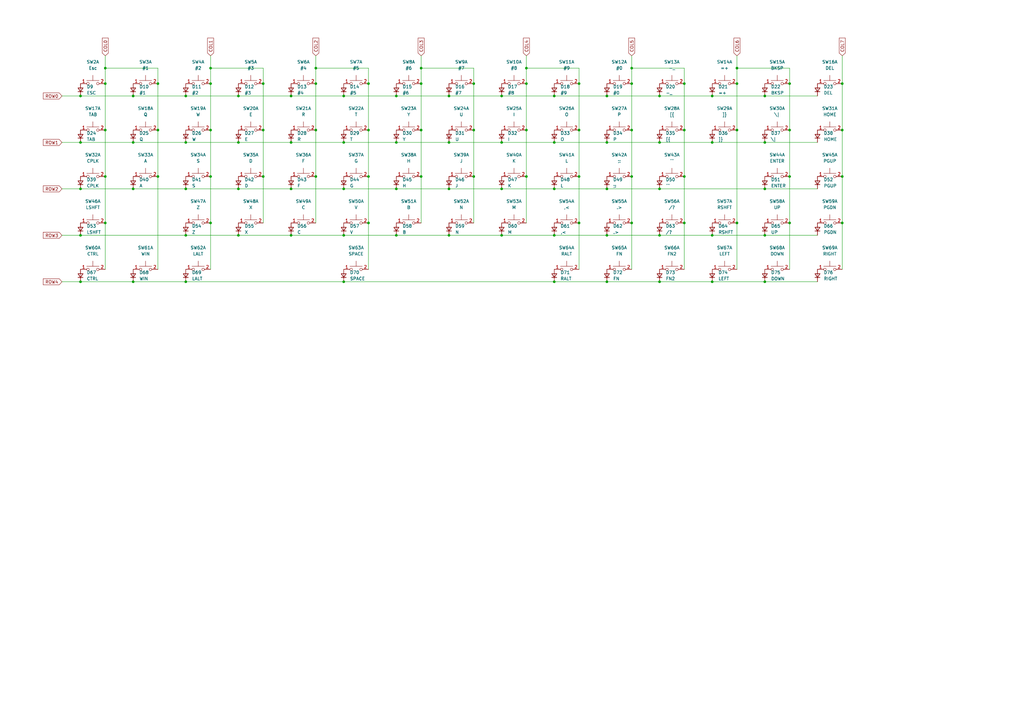
<source format=kicad_sch>
(kicad_sch (version 20211123) (generator eeschema)
  (paper "A3")
  (lib_symbols
    (symbol "Device:D_Small" (pin_numbers hide) (pin_names (offset 0.254) hide)
      (property "Reference" "D" (at -1.27 2.032 0))
      (property "Value" "D_Small" (at -3.81 -2.032 0))
      (symbol "D_Small_0_1"
        (polyline (pts (xy -0.762 -1.016) (xy -0.762 1.016)) (stroke (width 0.254)))
        (polyline (pts (xy -0.762 0) (xy 0.762 0)))
        (polyline (pts (xy 0.762 -1.016) (xy -0.762 0) (xy 0.762 1.016) (xy 0.762 -1.016)) (stroke (width 0.254)))
      )
      (symbol "D_Small_1_1"
        (pin passive line (at -2.54 0 0) (length 1.778) (name "K") (number "1"))
        (pin passive line (at 2.54 0 180) (length 1.778) (name "A") (number "2"))
      )
    )
    (symbol "keebio:MX_LED" (pin_names (offset 1.016) hide)
      (property "Reference" "SW" (at 1.651 2.413 0))
      (property "Value" "MX_LED" (at 0 -3.81 0))
      (symbol "MX_LED_1_1"
        (circle (center -2.032 0) (radius 0.508))
        (polyline (pts (xy -2.54 1.27) (xy 2.54 1.27)))
        (polyline (pts (xy 0 1.27) (xy 0 3.429)))
        (circle (center 2.032 0) (radius 0.508))
        (pin passive line (at -5.08 0 0) (length 2.54) (name "1") (number "1"))
        (pin passive line (at 5.08 0 180) (length 2.54) (name "2") (number "2"))
      )
      (symbol "MX_LED_2_1"
        (polyline (pts (xy 1.27 -1.27) (xy 1.27 1.27)) (stroke (width 0.2032)))
        (polyline (pts (xy 1.27 0) (xy -1.27 0)))
        (polyline (pts (xy -1.27 -1.27) (xy -1.27 1.27) (xy 1.27 0) (xy -1.27 -1.27)) (stroke (width 0.2032)))
        (polyline (pts (xy 1.778 -0.762) (xy 3.302 -2.286) (xy 2.54 -2.286) (xy 3.302 -2.286) (xy 3.302 -1.524)))
        (polyline (pts (xy 3.048 -0.762) (xy 4.572 -2.286) (xy 3.81 -2.286) (xy 4.572 -2.286) (xy 4.572 -1.524)))
        (pin passive line (at -3.81 0 0) (length 2.54) (name "3") (number "3"))
        (pin passive line (at 3.81 0 180) (length 2.54) (name "4") (number "4"))
      )
    )
  )
  (junction (at 172.72 53.34))
  (junction (at 280.67 72.39))
  (junction (at 237.49 72.39))
  (junction (at 184.15 39.37))
  (junction (at 270.51 39.37))
  (junction (at 215.9 27.94))
  (junction (at 162.56 96.52))
  (junction (at 270.51 96.52))
  (junction (at 119.38 96.52))
  (junction (at 107.95 53.34))
  (junction (at 151.13 91.44))
  (junction (at 345.44 34.29))
  (junction (at 33.02 77.47))
  (junction (at 248.92 58.42))
  (junction (at 86.36 34.29))
  (junction (at 313.69 77.47))
  (junction (at 43.18 27.94))
  (junction (at 313.69 96.52))
  (junction (at 162.56 77.47))
  (junction (at 227.33 115.57))
  (junction (at 151.13 34.29))
  (junction (at 151.13 53.34))
  (junction (at 259.08 53.34))
  (junction (at 227.33 58.42))
  (junction (at 107.95 34.29))
  (junction (at 227.33 96.52))
  (junction (at 129.54 53.34))
  (junction (at 184.15 77.47))
  (junction (at 248.92 115.57))
  (junction (at 76.2 39.37))
  (junction (at 97.79 77.47))
  (junction (at 270.51 58.42))
  (junction (at 323.85 91.44))
  (junction (at 205.74 39.37))
  (junction (at 215.9 34.29))
  (junction (at 237.49 34.29))
  (junction (at 43.18 91.44))
  (junction (at 292.1 39.37))
  (junction (at 237.49 53.34))
  (junction (at 248.92 96.52))
  (junction (at 323.85 53.34))
  (junction (at 259.08 34.29))
  (junction (at 292.1 96.52))
  (junction (at 64.77 34.29))
  (junction (at 302.26 91.44))
  (junction (at 54.61 77.47))
  (junction (at 54.61 58.42))
  (junction (at 270.51 115.57))
  (junction (at 172.72 27.94))
  (junction (at 205.74 96.52))
  (junction (at 172.72 72.39))
  (junction (at 97.79 39.37))
  (junction (at 43.18 72.39))
  (junction (at 194.31 34.29))
  (junction (at 76.2 77.47))
  (junction (at 140.97 115.57))
  (junction (at 302.26 27.94))
  (junction (at 313.69 58.42))
  (junction (at 162.56 58.42))
  (junction (at 292.1 115.57))
  (junction (at 86.36 72.39))
  (junction (at 215.9 72.39))
  (junction (at 97.79 96.52))
  (junction (at 248.92 39.37))
  (junction (at 140.97 58.42))
  (junction (at 237.49 91.44))
  (junction (at 33.02 115.57))
  (junction (at 259.08 91.44))
  (junction (at 172.72 34.29))
  (junction (at 205.74 58.42))
  (junction (at 64.77 72.39))
  (junction (at 33.02 58.42))
  (junction (at 33.02 96.52))
  (junction (at 259.08 72.39))
  (junction (at 313.69 115.57))
  (junction (at 280.67 34.29))
  (junction (at 140.97 96.52))
  (junction (at 129.54 34.29))
  (junction (at 76.2 58.42))
  (junction (at 43.18 53.34))
  (junction (at 33.02 39.37))
  (junction (at 292.1 58.42))
  (junction (at 86.36 91.44))
  (junction (at 270.51 77.47))
  (junction (at 76.2 96.52))
  (junction (at 119.38 77.47))
  (junction (at 184.15 96.52))
  (junction (at 119.38 39.37))
  (junction (at 323.85 72.39))
  (junction (at 119.38 58.42))
  (junction (at 345.44 53.34))
  (junction (at 302.26 53.34))
  (junction (at 323.85 34.29))
  (junction (at 194.31 53.34))
  (junction (at 107.95 72.39))
  (junction (at 345.44 72.39))
  (junction (at 302.26 34.29))
  (junction (at 280.67 91.44))
  (junction (at 162.56 39.37))
  (junction (at 227.33 39.37))
  (junction (at 129.54 72.39))
  (junction (at 129.54 27.94))
  (junction (at 54.61 39.37))
  (junction (at 54.61 115.57))
  (junction (at 194.31 72.39))
  (junction (at 151.13 72.39))
  (junction (at 215.9 53.34))
  (junction (at 205.74 77.47))
  (junction (at 227.33 77.47))
  (junction (at 140.97 39.37))
  (junction (at 259.08 27.94))
  (junction (at 248.92 77.47))
  (junction (at 97.79 58.42))
  (junction (at 280.67 53.34))
  (junction (at 184.15 58.42))
  (junction (at 345.44 91.44))
  (junction (at 76.2 115.57))
  (junction (at 86.36 27.94))
  (junction (at 64.77 53.34))
  (junction (at 140.97 77.47))
  (junction (at 43.18 34.29))
  (junction (at 86.36 53.34))
  (junction (at 313.69 39.37))
  (wire (pts (xy 280.67 72.39) (xy 280.67 91.44)))
  (wire (pts (xy 215.9 22.86) (xy 215.9 27.94)))
  (wire (pts (xy 43.18 27.94) (xy 43.18 34.29)))
  (wire (pts (xy 172.72 27.94) (xy 194.31 27.94)))
  (wire (pts (xy 64.77 34.29) (xy 64.77 53.34)))
  (wire (pts (xy 345.44 34.29) (xy 345.44 53.34)))
  (wire (pts (xy 76.2 58.42) (xy 97.79 58.42)))
  (wire (pts (xy 162.56 58.42) (xy 184.15 58.42)))
  (wire (pts (xy 172.72 27.94) (xy 172.72 34.29)))
  (wire (pts (xy 184.15 77.47) (xy 205.74 77.47)))
  (wire (pts (xy 345.44 22.86) (xy 345.44 34.29)))
  (wire (pts (xy 25.4 39.37) (xy 33.02 39.37)))
  (wire (pts (xy 323.85 27.94) (xy 323.85 34.29)))
  (wire (pts (xy 43.18 34.29) (xy 43.18 53.34)))
  (wire (pts (xy 313.69 58.42) (xy 335.28 58.42)))
  (wire (pts (xy 194.31 72.39) (xy 194.31 91.44)))
  (wire (pts (xy 151.13 34.29) (xy 151.13 53.34)))
  (wire (pts (xy 270.51 39.37) (xy 292.1 39.37)))
  (wire (pts (xy 237.49 53.34) (xy 237.49 72.39)))
  (wire (pts (xy 33.02 39.37) (xy 54.61 39.37)))
  (wire (pts (xy 259.08 27.94) (xy 280.67 27.94)))
  (wire (pts (xy 140.97 115.57) (xy 227.33 115.57)))
  (wire (pts (xy 33.02 96.52) (xy 76.2 96.52)))
  (wire (pts (xy 25.4 58.42) (xy 33.02 58.42)))
  (wire (pts (xy 76.2 115.57) (xy 140.97 115.57)))
  (wire (pts (xy 140.97 77.47) (xy 162.56 77.47)))
  (wire (pts (xy 119.38 96.52) (xy 140.97 96.52)))
  (wire (pts (xy 76.2 96.52) (xy 97.79 96.52)))
  (wire (pts (xy 151.13 91.44) (xy 151.13 110.49)))
  (wire (pts (xy 76.2 77.47) (xy 97.79 77.47)))
  (wire (pts (xy 162.56 96.52) (xy 184.15 96.52)))
  (wire (pts (xy 205.74 39.37) (xy 227.33 39.37)))
  (wire (pts (xy 227.33 77.47) (xy 248.92 77.47)))
  (wire (pts (xy 259.08 27.94) (xy 259.08 34.29)))
  (wire (pts (xy 25.4 115.57) (xy 33.02 115.57)))
  (wire (pts (xy 151.13 53.34) (xy 151.13 72.39)))
  (wire (pts (xy 129.54 22.86) (xy 129.54 27.94)))
  (wire (pts (xy 270.51 58.42) (xy 292.1 58.42)))
  (wire (pts (xy 184.15 39.37) (xy 205.74 39.37)))
  (wire (pts (xy 205.74 77.47) (xy 227.33 77.47)))
  (wire (pts (xy 280.67 27.94) (xy 280.67 34.29)))
  (wire (pts (xy 215.9 72.39) (xy 215.9 91.44)))
  (wire (pts (xy 184.15 96.52) (xy 205.74 96.52)))
  (wire (pts (xy 129.54 34.29) (xy 129.54 53.34)))
  (wire (pts (xy 237.49 72.39) (xy 237.49 91.44)))
  (wire (pts (xy 302.26 27.94) (xy 323.85 27.94)))
  (wire (pts (xy 54.61 58.42) (xy 76.2 58.42)))
  (wire (pts (xy 194.31 27.94) (xy 194.31 34.29)))
  (wire (pts (xy 227.33 96.52) (xy 248.92 96.52)))
  (wire (pts (xy 323.85 72.39) (xy 323.85 91.44)))
  (wire (pts (xy 259.08 53.34) (xy 259.08 72.39)))
  (wire (pts (xy 248.92 96.52) (xy 270.51 96.52)))
  (wire (pts (xy 194.31 34.29) (xy 194.31 53.34)))
  (wire (pts (xy 184.15 58.42) (xy 205.74 58.42)))
  (wire (pts (xy 172.72 72.39) (xy 172.72 91.44)))
  (wire (pts (xy 292.1 96.52) (xy 313.69 96.52)))
  (wire (pts (xy 259.08 91.44) (xy 259.08 110.49)))
  (wire (pts (xy 33.02 58.42) (xy 54.61 58.42)))
  (wire (pts (xy 270.51 115.57) (xy 292.1 115.57)))
  (wire (pts (xy 119.38 58.42) (xy 140.97 58.42)))
  (wire (pts (xy 86.36 34.29) (xy 86.36 53.34)))
  (wire (pts (xy 86.36 27.94) (xy 107.95 27.94)))
  (wire (pts (xy 129.54 27.94) (xy 151.13 27.94)))
  (wire (pts (xy 107.95 72.39) (xy 107.95 91.44)))
  (wire (pts (xy 292.1 115.57) (xy 313.69 115.57)))
  (wire (pts (xy 129.54 72.39) (xy 129.54 91.44)))
  (wire (pts (xy 345.44 72.39) (xy 345.44 91.44)))
  (wire (pts (xy 172.72 53.34) (xy 172.72 72.39)))
  (wire (pts (xy 172.72 22.86) (xy 172.72 27.94)))
  (wire (pts (xy 215.9 27.94) (xy 215.9 34.29)))
  (wire (pts (xy 64.77 53.34) (xy 64.77 72.39)))
  (wire (pts (xy 194.31 53.34) (xy 194.31 72.39)))
  (wire (pts (xy 107.95 34.29) (xy 107.95 53.34)))
  (wire (pts (xy 140.97 39.37) (xy 162.56 39.37)))
  (wire (pts (xy 215.9 27.94) (xy 237.49 27.94)))
  (wire (pts (xy 107.95 27.94) (xy 107.95 34.29)))
  (wire (pts (xy 25.4 96.52) (xy 33.02 96.52)))
  (wire (pts (xy 140.97 58.42) (xy 162.56 58.42)))
  (wire (pts (xy 280.67 53.34) (xy 280.67 72.39)))
  (wire (pts (xy 227.33 115.57) (xy 248.92 115.57)))
  (wire (pts (xy 129.54 27.94) (xy 129.54 34.29)))
  (wire (pts (xy 86.36 22.86) (xy 86.36 27.94)))
  (wire (pts (xy 313.69 39.37) (xy 335.28 39.37)))
  (wire (pts (xy 292.1 58.42) (xy 313.69 58.42)))
  (wire (pts (xy 97.79 77.47) (xy 119.38 77.47)))
  (wire (pts (xy 345.44 91.44) (xy 345.44 110.49)))
  (wire (pts (xy 237.49 34.29) (xy 237.49 53.34)))
  (wire (pts (xy 280.67 34.29) (xy 280.67 53.34)))
  (wire (pts (xy 151.13 72.39) (xy 151.13 91.44)))
  (wire (pts (xy 54.61 115.57) (xy 76.2 115.57)))
  (wire (pts (xy 302.26 91.44) (xy 302.26 110.49)))
  (wire (pts (xy 119.38 39.37) (xy 140.97 39.37)))
  (wire (pts (xy 227.33 58.42) (xy 248.92 58.42)))
  (wire (pts (xy 227.33 39.37) (xy 248.92 39.37)))
  (wire (pts (xy 119.38 77.47) (xy 140.97 77.47)))
  (wire (pts (xy 280.67 91.44) (xy 280.67 110.49)))
  (wire (pts (xy 205.74 96.52) (xy 227.33 96.52)))
  (wire (pts (xy 292.1 39.37) (xy 313.69 39.37)))
  (wire (pts (xy 97.79 96.52) (xy 119.38 96.52)))
  (wire (pts (xy 302.26 34.29) (xy 302.26 53.34)))
  (wire (pts (xy 43.18 27.94) (xy 64.77 27.94)))
  (wire (pts (xy 313.69 96.52) (xy 335.28 96.52)))
  (wire (pts (xy 97.79 39.37) (xy 119.38 39.37)))
  (wire (pts (xy 86.36 72.39) (xy 86.36 91.44)))
  (wire (pts (xy 54.61 39.37) (xy 76.2 39.37)))
  (wire (pts (xy 302.26 53.34) (xy 302.26 91.44)))
  (wire (pts (xy 248.92 39.37) (xy 270.51 39.37)))
  (wire (pts (xy 162.56 39.37) (xy 184.15 39.37)))
  (wire (pts (xy 313.69 77.47) (xy 335.28 77.47)))
  (wire (pts (xy 313.69 115.57) (xy 335.28 115.57)))
  (wire (pts (xy 43.18 91.44) (xy 43.18 110.49)))
  (wire (pts (xy 43.18 72.39) (xy 43.18 91.44)))
  (wire (pts (xy 270.51 77.47) (xy 313.69 77.47)))
  (wire (pts (xy 129.54 53.34) (xy 129.54 72.39)))
  (wire (pts (xy 162.56 77.47) (xy 184.15 77.47)))
  (wire (pts (xy 302.26 27.94) (xy 302.26 34.29)))
  (wire (pts (xy 97.79 58.42) (xy 119.38 58.42)))
  (wire (pts (xy 323.85 91.44) (xy 323.85 110.49)))
  (wire (pts (xy 76.2 39.37) (xy 97.79 39.37)))
  (wire (pts (xy 323.85 34.29) (xy 323.85 53.34)))
  (wire (pts (xy 215.9 53.34) (xy 215.9 72.39)))
  (wire (pts (xy 248.92 58.42) (xy 270.51 58.42)))
  (wire (pts (xy 43.18 53.34) (xy 43.18 72.39)))
  (wire (pts (xy 237.49 91.44) (xy 237.49 110.49)))
  (wire (pts (xy 323.85 53.34) (xy 323.85 72.39)))
  (wire (pts (xy 259.08 72.39) (xy 259.08 91.44)))
  (wire (pts (xy 270.51 96.52) (xy 292.1 96.52)))
  (wire (pts (xy 345.44 53.34) (xy 345.44 72.39)))
  (wire (pts (xy 43.18 22.86) (xy 43.18 27.94)))
  (wire (pts (xy 86.36 53.34) (xy 86.36 72.39)))
  (wire (pts (xy 107.95 53.34) (xy 107.95 72.39)))
  (wire (pts (xy 151.13 27.94) (xy 151.13 34.29)))
  (wire (pts (xy 205.74 58.42) (xy 227.33 58.42)))
  (wire (pts (xy 237.49 27.94) (xy 237.49 34.29)))
  (wire (pts (xy 140.97 96.52) (xy 162.56 96.52)))
  (wire (pts (xy 86.36 27.94) (xy 86.36 34.29)))
  (wire (pts (xy 248.92 77.47) (xy 270.51 77.47)))
  (wire (pts (xy 64.77 72.39) (xy 64.77 110.49)))
  (wire (pts (xy 33.02 77.47) (xy 54.61 77.47)))
  (wire (pts (xy 215.9 34.29) (xy 215.9 53.34)))
  (wire (pts (xy 248.92 115.57) (xy 270.51 115.57)))
  (wire (pts (xy 172.72 34.29) (xy 172.72 53.34)))
  (wire (pts (xy 259.08 22.86) (xy 259.08 27.94)))
  (wire (pts (xy 302.26 22.86) (xy 302.26 27.94)))
  (wire (pts (xy 86.36 91.44) (xy 86.36 110.49)))
  (wire (pts (xy 64.77 27.94) (xy 64.77 34.29)))
  (wire (pts (xy 54.61 77.47) (xy 76.2 77.47)))
  (wire (pts (xy 25.4 77.47) (xy 33.02 77.47)))
  (wire (pts (xy 33.02 115.57) (xy 54.61 115.57)))
  (wire (pts (xy 259.08 34.29) (xy 259.08 53.34)))
  (global_label "COL3" (shape input) (at 172.72 22.86 90) (property "Intersheet References" "${INTERSHEET_REFS}" (effects hide)))
  (global_label "COL4" (shape input) (at 215.9 22.86 90) (property "Intersheet References" "${INTERSHEET_REFS}" (effects hide)))
  (global_label "COL0" (shape input) (at 43.18 22.86 90) (property "Intersheet References" "${INTERSHEET_REFS}" (effects hide)))
  (global_label "ROW2" (shape input) (at 25.4 77.47 180) (property "Intersheet References" "${INTERSHEET_REFS}" (effects hide)))
  (global_label "ROW4" (shape input) (at 25.4 115.57 180) (property "Intersheet References" "${INTERSHEET_REFS}" (effects hide)))
  (global_label "COL1" (shape input) (at 86.36 22.86 90) (property "Intersheet References" "${INTERSHEET_REFS}" (effects hide)))
  (global_label "ROW0" (shape input) (at 25.4 39.37 180) (property "Intersheet References" "${INTERSHEET_REFS}" (effects hide)))
  (global_label "COL5" (shape input) (at 259.08 22.86 90) (property "Intersheet References" "${INTERSHEET_REFS}" (effects hide)))
  (global_label "COL6" (shape input) (at 302.26 22.86 90) (property "Intersheet References" "${INTERSHEET_REFS}" (effects hide)))
  (global_label "COL2" (shape input) (at 129.54 22.86 90) (property "Intersheet References" "${INTERSHEET_REFS}" (effects hide)))
  (global_label "COL7" (shape input) (at 345.44 22.86 90) (property "Intersheet References" "${INTERSHEET_REFS}" (effects hide)))
  (global_label "ROW1" (shape input) (at 25.4 58.42 180) (property "Intersheet References" "${INTERSHEET_REFS}" (effects hide)))
  (global_label "ROW3" (shape input) (at 25.4 96.52 180) (property "Intersheet References" "${INTERSHEET_REFS}" (effects hide)))
  (symbol (lib_id "Device:D_Small") (at 227.33 55.88 90) (unit 1)
    (property "Reference" "D33" (at 229.87 54.6099 90) (effects (justify right)))
    (property "Value" "O" (at 229.87 57.1499 90) (effects (justify right)))
    (property "Footprint" "cftkb:D_DO-35_SOD27_P5.08mm_Horizontal" (effects hide))
  )
  (symbol (lib_id "Device:D_Small") (at 313.69 74.93 90) (unit 1)
    (property "Reference" "D51" (at 316.23 73.6599 90) (effects (justify right)))
    (property "Value" "ENTER" (at 316.23 76.1999 90) (effects (justify right)))
    (property "Footprint" "cftkb:D_DO-35_SOD27_P5.08mm_Horizontal" (effects hide))
  )
  (symbol (lib_id "Device:D_Small") (at 76.2 74.93 90) (unit 1)
    (property "Reference" "D41" (at 78.74 73.6599 90) (effects (justify right)))
    (property "Value" "S" (at 78.74 76.1999 90) (effects (justify right)))
    (property "Footprint" "cftkb:D_DO-35_SOD27_P5.08mm_Horizontal" (effects hide))
  )
  (symbol (lib_id "keebio:MX_LED") (at 232.41 91.44 0) (unit 1)
    (property "Reference" "SW54" (at 232.41 82.55 0))
    (property "Value" ",<" (at 232.41 85.09 0))
    (property "Footprint" "MX_Only:MXOnly-1U-Hotswap" (effects hide))
  )
  (symbol (lib_id "keebio:MX_LED") (at 38.1 110.49 0) (unit 1)
    (property "Reference" "SW60" (at 38.1 101.6 0))
    (property "Value" "CTRL" (at 38.1 104.14 0))
    (property "Footprint" "MX_Only:MXOnly-1.5U-Hotswap" (effects hide))
  )
  (symbol (lib_id "Device:D_Small") (at 313.69 113.03 90) (unit 1)
    (property "Reference" "D75" (at 316.23 111.7599 90) (effects (justify right)))
    (property "Value" "DOWN" (at 316.23 114.2999 90) (effects (justify right)))
    (property "Footprint" "cftkb:D_DO-35_SOD27_P5.08mm_Horizontal" (effects hide))
  )
  (symbol (lib_id "keebio:MX_LED") (at 318.77 72.39 0) (unit 1)
    (property "Reference" "SW44" (at 318.77 63.5 0))
    (property "Value" "ENTER" (at 318.77 66.04 0))
    (property "Footprint" "MX_Only:MXOnly-2.25U-Hotswap" (effects hide))
  )
  (symbol (lib_id "Device:D_Small") (at 140.97 74.93 90) (unit 1)
    (property "Reference" "D44" (at 143.51 73.6599 90) (effects (justify right)))
    (property "Value" "G" (at 143.51 76.1999 90) (effects (justify right)))
    (property "Footprint" "cftkb:D_DO-35_SOD27_P5.08mm_Horizontal" (effects hide))
  )
  (symbol (lib_id "keebio:MX_LED") (at 210.82 91.44 0) (unit 1)
    (property "Reference" "SW53" (at 210.82 82.55 0))
    (property "Value" "M" (at 210.82 85.09 0))
    (property "Footprint" "MX_Only:MXOnly-1U-Hotswap" (effects hide))
  )
  (symbol (lib_id "keebio:MX_LED") (at 232.41 34.29 0) (unit 1)
    (property "Reference" "SW11" (at 232.41 25.4 0))
    (property "Value" "#9" (at 232.41 27.94 0))
    (property "Footprint" "MX_Only:MXOnly-1U-Hotswap" (effects hide))
  )
  (symbol (lib_id "Device:D_Small") (at 33.02 93.98 90) (unit 1)
    (property "Reference" "D53" (at 35.56 92.7099 90) (effects (justify right)))
    (property "Value" "LSHFT" (at 35.56 95.2499 90) (effects (justify right)))
    (property "Footprint" "cftkb:D_DO-35_SOD27_P5.08mm_Horizontal" (effects hide))
  )
  (symbol (lib_id "Device:D_Small") (at 248.92 113.03 90) (unit 1)
    (property "Reference" "D72" (at 251.46 111.7599 90) (effects (justify right)))
    (property "Value" "FN" (at 251.46 114.2999 90) (effects (justify right)))
    (property "Footprint" "cftkb:D_DO-35_SOD27_P5.08mm_Horizontal" (effects hide))
  )
  (symbol (lib_id "keebio:MX_LED") (at 297.18 110.49 0) (unit 1)
    (property "Reference" "SW67" (at 297.18 101.6 0))
    (property "Value" "LEFT" (at 297.18 104.14 0))
    (property "Footprint" "MX_Only:MXOnly-1U-Hotswap" (effects hide))
  )
  (symbol (lib_id "Device:D_Small") (at 335.28 113.03 90) (unit 1)
    (property "Reference" "D76" (at 337.82 111.7599 90) (effects (justify right)))
    (property "Value" "RIGHT" (at 337.82 114.2999 90) (effects (justify right)))
    (property "Footprint" "cftkb:D_DO-35_SOD27_P5.08mm_Horizontal" (effects hide))
  )
  (symbol (lib_id "Device:D_Small") (at 292.1 113.03 90) (unit 1)
    (property "Reference" "D74" (at 294.64 111.7599 90) (effects (justify right)))
    (property "Value" "LEFT" (at 294.64 114.2999 90) (effects (justify right)))
    (property "Footprint" "cftkb:D_DO-35_SOD27_P5.08mm_Horizontal" (effects hide))
  )
  (symbol (lib_id "keebio:MX_LED") (at 102.87 34.29 0) (unit 1)
    (property "Reference" "SW5" (at 102.87 25.4 0))
    (property "Value" "#3" (at 102.87 27.94 0))
    (property "Footprint" "MX_Only:MXOnly-1U-Hotswap" (effects hide))
  )
  (symbol (lib_id "keebio:MX_LED") (at 297.18 91.44 0) (unit 1)
    (property "Reference" "SW57" (at 297.18 82.55 0))
    (property "Value" "RSHFT" (at 297.18 85.09 0))
    (property "Footprint" "MX_Only:MXOnly-1.75U-Hotswap" (effects hide))
  )
  (symbol (lib_id "keebio:MX_LED") (at 59.69 110.49 0) (unit 1)
    (property "Reference" "SW61" (at 59.69 101.6 0))
    (property "Value" "WIN" (at 59.69 104.14 0))
    (property "Footprint" "MX_Only:MXOnly-1.25U-Hotswap" (effects hide))
  )
  (symbol (lib_id "keebio:MX_LED") (at 275.59 53.34 0) (unit 1)
    (property "Reference" "SW28" (at 275.59 44.45 0))
    (property "Value" "[{" (at 275.59 46.99 0))
    (property "Footprint" "MX_Only:MXOnly-1U-Hotswap" (effects hide))
  )
  (symbol (lib_id "Device:D_Small") (at 162.56 55.88 90) (unit 1)
    (property "Reference" "D30" (at 165.1 54.6099 90) (effects (justify right)))
    (property "Value" "Y" (at 165.1 57.1499 90) (effects (justify right)))
    (property "Footprint" "cftkb:D_DO-35_SOD27_P5.08mm_Horizontal" (effects hide))
  )
  (symbol (lib_id "Device:D_Small") (at 205.74 36.83 90) (unit 1)
    (property "Reference" "D17" (at 208.28 35.5599 90) (effects (justify right)))
    (property "Value" "#8" (at 208.28 38.0999 90) (effects (justify right)))
    (property "Footprint" "cftkb:D_DO-35_SOD27_P5.08mm_Horizontal" (effects hide))
  )
  (symbol (lib_id "keebio:MX_LED") (at 146.05 72.39 0) (unit 1)
    (property "Reference" "SW37" (at 146.05 63.5 0))
    (property "Value" "G" (at 146.05 66.04 0))
    (property "Footprint" "MX_Only:MXOnly-1U-Hotswap" (effects hide))
  )
  (symbol (lib_id "Device:D_Small") (at 54.61 36.83 90) (unit 1)
    (property "Reference" "D10" (at 57.15 35.5599 90) (effects (justify right)))
    (property "Value" "#1" (at 57.15 38.0999 90) (effects (justify right)))
    (property "Footprint" "cftkb:D_DO-35_SOD27_P5.08mm_Horizontal" (effects hide))
  )
  (symbol (lib_id "keebio:MX_LED") (at 81.28 34.29 0) (unit 1)
    (property "Reference" "SW4" (at 81.28 25.4 0))
    (property "Value" "#2" (at 81.28 27.94 0))
    (property "Footprint" "MX_Only:MXOnly-1U-Hotswap" (effects hide))
  )
  (symbol (lib_id "Device:D_Small") (at 184.15 36.83 90) (unit 1)
    (property "Reference" "D16" (at 186.69 35.5599 90) (effects (justify right)))
    (property "Value" "#7" (at 186.69 38.0999 90) (effects (justify right)))
    (property "Footprint" "cftkb:D_DO-35_SOD27_P5.08mm_Horizontal" (effects hide))
  )
  (symbol (lib_id "Device:D_Small") (at 248.92 93.98 90) (unit 1)
    (property "Reference" "D62" (at 251.46 92.7099 90) (effects (justify right)))
    (property "Value" ".>" (at 251.46 95.2499 90) (effects (justify right)))
    (property "Footprint" "cftkb:D_DO-35_SOD27_P5.08mm_Horizontal" (effects hide))
  )
  (symbol (lib_id "Device:D_Small") (at 33.02 113.03 90) (unit 1)
    (property "Reference" "D67" (at 35.56 111.7599 90) (effects (justify right)))
    (property "Value" "CTRL" (at 35.56 114.2999 90) (effects (justify right)))
    (property "Footprint" "cftkb:D_DO-35_SOD27_P5.08mm_Horizontal" (effects hide))
  )
  (symbol (lib_id "keebio:MX_LED") (at 275.59 91.44 0) (unit 1)
    (property "Reference" "SW56" (at 275.59 82.55 0))
    (property "Value" "/?" (at 275.59 85.09 0))
    (property "Footprint" "MX_Only:MXOnly-1U-Hotswap" (effects hide))
  )
  (symbol (lib_id "Device:D_Small") (at 184.15 55.88 90) (unit 1)
    (property "Reference" "D31" (at 186.69 54.6099 90) (effects (justify right)))
    (property "Value" "U" (at 186.69 57.1499 90) (effects (justify right)))
    (property "Footprint" "cftkb:D_DO-35_SOD27_P5.08mm_Horizontal" (effects hide))
  )
  (symbol (lib_id "Device:D_Small") (at 140.97 36.83 90) (unit 1)
    (property "Reference" "D14" (at 143.51 35.5599 90) (effects (justify right)))
    (property "Value" "#5" (at 143.51 38.0999 90) (effects (justify right)))
    (property "Footprint" "cftkb:D_DO-35_SOD27_P5.08mm_Horizontal" (effects hide))
  )
  (symbol (lib_id "keebio:MX_LED") (at 124.46 91.44 0) (unit 1)
    (property "Reference" "SW49" (at 124.46 82.55 0))
    (property "Value" "C" (at 124.46 85.09 0))
    (property "Footprint" "MX_Only:MXOnly-1U-Hotswap" (effects hide))
  )
  (symbol (lib_id "Device:D_Small") (at 119.38 74.93 90) (unit 1)
    (property "Reference" "D43" (at 121.92 73.6599 90) (effects (justify right)))
    (property "Value" "F" (at 121.92 76.1999 90) (effects (justify right)))
    (property "Footprint" "cftkb:D_DO-35_SOD27_P5.08mm_Horizontal" (effects hide))
  )
  (symbol (lib_id "keebio:MX_LED") (at 189.23 53.34 0) (unit 1)
    (property "Reference" "SW24" (at 189.23 44.45 0))
    (property "Value" "U" (at 189.23 46.99 0))
    (property "Footprint" "MX_Only:MXOnly-1U-Hotswap" (effects hide))
  )
  (symbol (lib_id "keebio:MX_LED") (at 146.05 34.29 0) (unit 1)
    (property "Reference" "SW7" (at 146.05 25.4 0))
    (property "Value" "#5" (at 146.05 27.94 0))
    (property "Footprint" "MX_Only:MXOnly-1U-Hotswap" (effects hide))
  )
  (symbol (lib_id "keebio:MX_LED") (at 189.23 34.29 0) (unit 1)
    (property "Reference" "SW9" (at 189.23 25.4 0))
    (property "Value" "#7" (at 189.23 27.94 0))
    (property "Footprint" "MX_Only:MXOnly-1U-Hotswap" (effects hide))
  )
  (symbol (lib_id "keebio:MX_LED") (at 254 53.34 0) (unit 1)
    (property "Reference" "SW27" (at 254 44.45 0))
    (property "Value" "P" (at 254 46.99 0))
    (property "Footprint" "MX_Only:MXOnly-1U-Hotswap" (effects hide))
  )
  (symbol (lib_id "keebio:MX_LED") (at 59.69 72.39 0) (unit 1)
    (property "Reference" "SW33" (at 59.69 63.5 0))
    (property "Value" "A" (at 59.69 66.04 0))
    (property "Footprint" "MX_Only:MXOnly-1U-Hotswap" (effects hide))
  )
  (symbol (lib_id "keebio:MX_LED") (at 102.87 91.44 0) (unit 1)
    (property "Reference" "SW48" (at 102.87 82.55 0))
    (property "Value" "X" (at 102.87 85.09 0))
    (property "Footprint" "MX_Only:MXOnly-1U-Hotswap" (effects hide))
  )
  (symbol (lib_id "keebio:MX_LED") (at 340.36 34.29 0) (unit 1)
    (property "Reference" "SW16" (at 340.36 25.4 0))
    (property "Value" "DEL" (at 340.36 27.94 0))
    (property "Footprint" "MX_Only:MXOnly-1U-Hotswap" (effects hide))
  )
  (symbol (lib_id "keebio:MX_LED") (at 318.77 34.29 0) (unit 1)
    (property "Reference" "SW15" (at 318.77 25.4 0))
    (property "Value" "BKSP" (at 318.77 27.94 0))
    (property "Footprint" "MX_Only:MXOnly-2U-Hotswap" (effects hide))
  )
  (symbol (lib_id "keebio:MX_LED") (at 275.59 72.39 0) (unit 1)
    (property "Reference" "SW43" (at 275.59 63.5 0))
    (property "Value" "'\"" (at 275.59 66.04 0))
    (property "Footprint" "MX_Only:MXOnly-1U-Hotswap" (effects hide))
  )
  (symbol (lib_id "keebio:MX_LED") (at 318.77 91.44 0) (unit 1)
    (property "Reference" "SW58" (at 318.77 82.55 0))
    (property "Value" "UP" (at 318.77 85.09 0))
    (property "Footprint" "MX_Only:MXOnly-1U-Hotswap" (effects hide))
  )
  (symbol (lib_id "keebio:MX_LED") (at 167.64 53.34 0) (unit 1)
    (property "Reference" "SW23" (at 167.64 44.45 0))
    (property "Value" "Y" (at 167.64 46.99 0))
    (property "Footprint" "MX_Only:MXOnly-1U-Hotswap" (effects hide))
  )
  (symbol (lib_id "keebio:MX_LED") (at 340.36 72.39 0) (unit 1)
    (property "Reference" "SW45" (at 340.36 63.5 0))
    (property "Value" "PGUP" (at 340.36 66.04 0))
    (property "Footprint" "MX_Only:MXOnly-1U-Hotswap" (effects hide))
  )
  (symbol (lib_id "keebio:MX_LED") (at 254 72.39 0) (unit 1)
    (property "Reference" "SW42" (at 254 63.5 0))
    (property "Value" ";:" (at 254 66.04 0))
    (property "Footprint" "MX_Only:MXOnly-1U-Hotswap" (effects hide))
  )
  (symbol (lib_id "keebio:MX_LED") (at 189.23 91.44 0) (unit 1)
    (property "Reference" "SW52" (at 189.23 82.55 0))
    (property "Value" "N" (at 189.23 85.09 0))
    (property "Footprint" "MX_Only:MXOnly-1U-Hotswap" (effects hide))
  )
  (symbol (lib_id "keebio:MX_LED") (at 254 110.49 0) (unit 1)
    (property "Reference" "SW65" (at 254 101.6 0))
    (property "Value" "FN" (at 254 104.14 0))
    (property "Footprint" "MX_Only:MXOnly-1U-Hotswap" (effects hide))
  )
  (symbol (lib_id "keebio:MX_LED") (at 59.69 53.34 0) (unit 1)
    (property "Reference" "SW18" (at 59.69 44.45 0))
    (property "Value" "Q" (at 59.69 46.99 0))
    (property "Footprint" "MX_Only:MXOnly-1U-Hotswap" (effects hide))
  )
  (symbol (lib_id "Device:D_Small") (at 270.51 36.83 90) (unit 1)
    (property "Reference" "D20" (at 273.05 35.5599 90) (effects (justify right)))
    (property "Value" "-_" (at 273.05 38.0999 90) (effects (justify right)))
    (property "Footprint" "cftkb:D_DO-35_SOD27_P5.08mm_Horizontal" (effects hide))
  )
  (symbol (lib_id "keebio:MX_LED") (at 81.28 53.34 0) (unit 1)
    (property "Reference" "SW19" (at 81.28 44.45 0))
    (property "Value" "W" (at 81.28 46.99 0))
    (property "Footprint" "MX_Only:MXOnly-1U-Hotswap" (effects hide))
  )
  (symbol (lib_id "Device:D_Small") (at 313.69 93.98 90) (unit 1)
    (property "Reference" "D65" (at 316.23 92.7099 90) (effects (justify right)))
    (property "Value" "UP" (at 316.23 95.2499 90) (effects (justify right)))
    (property "Footprint" "cftkb:D_DO-35_SOD27_P5.08mm_Horizontal" (effects hide))
  )
  (symbol (lib_id "Device:D_Small") (at 227.33 74.93 90) (unit 1)
    (property "Reference" "D48" (at 229.87 73.6599 90) (effects (justify right)))
    (property "Value" "L" (at 229.87 76.1999 90) (effects (justify right)))
    (property "Footprint" "cftkb:D_DO-35_SOD27_P5.08mm_Horizontal" (effects hide))
  )
  (symbol (lib_id "Device:D_Small") (at 162.56 93.98 90) (unit 1)
    (property "Reference" "D58" (at 165.1 92.7099 90) (effects (justify right)))
    (property "Value" "B" (at 165.1 95.2499 90) (effects (justify right)))
    (property "Footprint" "cftkb:D_DO-35_SOD27_P5.08mm_Horizontal" (effects hide))
  )
  (symbol (lib_id "keebio:MX_LED") (at 38.1 72.39 0) (unit 1)
    (property "Reference" "SW32" (at 38.1 63.5 0))
    (property "Value" "CPLK" (at 38.1 66.04 0))
    (property "Footprint" "MX_Only:MXOnly-1.75U-Hotswap" (effects hide))
  )
  (symbol (lib_id "keebio:MX_LED") (at 318.77 110.49 0) (unit 1)
    (property "Reference" "SW68" (at 318.77 101.6 0))
    (property "Value" "DOWN" (at 318.77 104.14 0))
    (property "Footprint" "MX_Only:MXOnly-1U-Hotswap" (effects hide))
  )
  (symbol (lib_id "Device:D_Small") (at 119.38 55.88 90) (unit 1)
    (property "Reference" "D28" (at 121.92 54.6099 90) (effects (justify right)))
    (property "Value" "R" (at 121.92 57.1499 90) (effects (justify right)))
    (property "Footprint" "cftkb:D_DO-35_SOD27_P5.08mm_Horizontal" (effects hide))
  )
  (symbol (lib_id "keebio:MX_LED") (at 254 91.44 0) (unit 1)
    (property "Reference" "SW55" (at 254 82.55 0))
    (property "Value" ".>" (at 254 85.09 0))
    (property "Footprint" "MX_Only:MXOnly-1U-Hotswap" (effects hide))
  )
  (symbol (lib_id "Device:D_Small") (at 248.92 36.83 90) (unit 1)
    (property "Reference" "D19" (at 251.46 35.5599 90) (effects (justify right)))
    (property "Value" "#0" (at 251.46 38.0999 90) (effects (justify right)))
    (property "Footprint" "cftkb:D_DO-35_SOD27_P5.08mm_Horizontal" (effects hide))
  )
  (symbol (lib_id "Device:D_Small") (at 140.97 55.88 90) (unit 1)
    (property "Reference" "D29" (at 143.51 54.6099 90) (effects (justify right)))
    (property "Value" "T" (at 143.51 57.1499 90) (effects (justify right)))
    (property "Footprint" "cftkb:D_DO-35_SOD27_P5.08mm_Horizontal" (effects hide))
  )
  (symbol (lib_id "Device:D_Small") (at 335.28 55.88 90) (unit 1)
    (property "Reference" "D38" (at 337.82 54.6099 90) (effects (justify right)))
    (property "Value" "HOME" (at 337.82 57.1499 90) (effects (justify right)))
    (property "Footprint" "cftkb:D_DO-35_SOD27_P5.08mm_Horizontal" (effects hide))
  )
  (symbol (lib_id "keebio:MX_LED") (at 254 34.29 0) (unit 1)
    (property "Reference" "SW12" (at 254 25.4 0))
    (property "Value" "#0" (at 254 27.94 0))
    (property "Footprint" "MX_Only:MXOnly-1U-Hotswap" (effects hide))
  )
  (symbol (lib_id "Device:D_Small") (at 227.33 36.83 90) (unit 1)
    (property "Reference" "D18" (at 229.87 35.5599 90) (effects (justify right)))
    (property "Value" "#9" (at 229.87 38.0999 90) (effects (justify right)))
    (property "Footprint" "cftkb:D_DO-35_SOD27_P5.08mm_Horizontal" (effects hide))
  )
  (symbol (lib_id "keebio:MX_LED") (at 340.36 110.49 0) (unit 1)
    (property "Reference" "SW69" (at 340.36 101.6 0))
    (property "Value" "RIGHT" (at 340.36 104.14 0))
    (property "Footprint" "MX_Only:MXOnly-1U-Hotswap" (effects hide))
  )
  (symbol (lib_id "keebio:MX_LED") (at 340.36 91.44 0) (unit 1)
    (property "Reference" "SW59" (at 340.36 82.55 0))
    (property "Value" "PGDN" (at 340.36 85.09 0))
    (property "Footprint" "MX_Only:MXOnly-1U-Hotswap" (effects hide))
  )
  (symbol (lib_id "keebio:MX_LED") (at 124.46 53.34 0) (unit 1)
    (property "Reference" "SW21" (at 124.46 44.45 0))
    (property "Value" "R" (at 124.46 46.99 0))
    (property "Footprint" "MX_Only:MXOnly-1U-Hotswap" (effects hide))
  )
  (symbol (lib_id "keebio:MX_LED") (at 38.1 53.34 0) (unit 1)
    (property "Reference" "SW17" (at 38.1 44.45 0))
    (property "Value" "TAB" (at 38.1 46.99 0))
    (property "Footprint" "MX_Only:MXOnly-1.5U-Hotswap" (effects hide))
  )
  (symbol (lib_id "Device:D_Small") (at 119.38 36.83 90) (unit 1)
    (property "Reference" "D13" (at 121.92 35.5599 90) (effects (justify right)))
    (property "Value" "#4" (at 121.92 38.0999 90) (effects (justify right)))
    (property "Footprint" "cftkb:D_DO-35_SOD27_P5.08mm_Horizontal" (effects hide))
  )
  (symbol (lib_id "Device:D_Small") (at 313.69 55.88 90) (unit 1)
    (property "Reference" "D37" (at 316.23 54.6099 90) (effects (justify right)))
    (property "Value" "\\|" (at 316.23 57.1499 90) (effects (justify right)))
    (property "Footprint" "cftkb:D_DO-35_SOD27_P5.08mm_Horizontal" (effects hide))
  )
  (symbol (lib_id "keebio:MX_LED") (at 38.1 91.44 0) (unit 1)
    (property "Reference" "SW46" (at 38.1 82.55 0))
    (property "Value" "LSHFT" (at 38.1 85.09 0))
    (property "Footprint" "MX_Only:MXOnly-2.25U-Hotswap" (effects hide))
  )
  (symbol (lib_id "keebio:MX_LED") (at 318.77 53.34 0) (unit 1)
    (property "Reference" "SW30" (at 318.77 44.45 0))
    (property "Value" "\\|" (at 318.77 46.99 0))
    (property "Footprint" "MX_Only:MXOnly-1.5U-Hotswap" (effects hide))
  )
  (symbol (lib_id "keebio:MX_LED") (at 232.41 110.49 0) (unit 1)
    (property "Reference" "SW64" (at 232.41 101.6 0))
    (property "Value" "RALT" (at 232.41 104.14 0))
    (property "Footprint" "MX_Only:MXOnly-1U-Hotswap" (effects hide))
  )
  (symbol (lib_id "Device:D_Small") (at 33.02 55.88 90) (unit 1)
    (property "Reference" "D24" (at 35.56 54.6099 90) (effects (justify right)))
    (property "Value" "TAB" (at 35.56 57.1499 90) (effects (justify right)))
    (property "Footprint" "cftkb:D_DO-35_SOD27_P5.08mm_Horizontal" (effects hide))
  )
  (symbol (lib_id "Device:D_Small") (at 76.2 113.03 90) (unit 1)
    (property "Reference" "D69" (at 78.74 111.7599 90) (effects (justify right)))
    (property "Value" "LALT" (at 78.74 114.2999 90) (effects (justify right)))
    (property "Footprint" "cftkb:D_DO-35_SOD27_P5.08mm_Horizontal" (effects hide))
  )
  (symbol (lib_id "Device:D_Small") (at 97.79 55.88 90) (unit 1)
    (property "Reference" "D27" (at 100.33 54.6099 90) (effects (justify right)))
    (property "Value" "E" (at 100.33 57.1499 90) (effects (justify right)))
    (property "Footprint" "cftkb:D_DO-35_SOD27_P5.08mm_Horizontal" (effects hide))
  )
  (symbol (lib_id "keebio:MX_LED") (at 146.05 53.34 0) (unit 1)
    (property "Reference" "SW22" (at 146.05 44.45 0))
    (property "Value" "T" (at 146.05 46.99 0))
    (property "Footprint" "MX_Only:MXOnly-1U-Hotswap" (effects hide))
  )
  (symbol (lib_id "keebio:MX_LED") (at 232.41 53.34 0) (unit 1)
    (property "Reference" "SW26" (at 232.41 44.45 0))
    (property "Value" "O" (at 232.41 46.99 0))
    (property "Footprint" "MX_Only:MXOnly-1U-Hotswap" (effects hide))
  )
  (symbol (lib_id "keebio:MX_LED") (at 124.46 72.39 0) (unit 1)
    (property "Reference" "SW36" (at 124.46 63.5 0))
    (property "Value" "F" (at 124.46 66.04 0))
    (property "Footprint" "MX_Only:MXOnly-1U-Hotswap" (effects hide))
  )
  (symbol (lib_id "Device:D_Small") (at 335.28 36.83 90) (unit 1)
    (property "Reference" "D23" (at 337.82 35.5599 90) (effects (justify right)))
    (property "Value" "DEL" (at 337.82 38.0999 90) (effects (justify right)))
    (property "Footprint" "cftkb:D_DO-35_SOD27_P5.08mm_Horizontal" (effects hide))
  )
  (symbol (lib_id "Device:D_Small") (at 119.38 93.98 90) (unit 1)
    (property "Reference" "D56" (at 121.92 92.7099 90) (effects (justify right)))
    (property "Value" "C" (at 121.92 95.2499 90) (effects (justify right)))
    (property "Footprint" "cftkb:D_DO-35_SOD27_P5.08mm_Horizontal" (effects hide))
  )
  (symbol (lib_id "Device:D_Small") (at 184.15 93.98 90) (unit 1)
    (property "Reference" "D59" (at 186.69 92.7099 90) (effects (justify right)))
    (property "Value" "N" (at 186.69 95.2499 90) (effects (justify right)))
    (property "Footprint" "cftkb:D_DO-35_SOD27_P5.08mm_Horizontal" (effects hide))
  )
  (symbol (lib_id "Device:D_Small") (at 205.74 55.88 90) (unit 1)
    (property "Reference" "D32" (at 208.28 54.6099 90) (effects (justify right)))
    (property "Value" "I" (at 208.28 57.1499 90) (effects (justify right)))
    (property "Footprint" "cftkb:D_DO-35_SOD27_P5.08mm_Horizontal" (effects hide))
  )
  (symbol (lib_id "Device:D_Small") (at 54.61 74.93 90) (unit 1)
    (property "Reference" "D40" (at 57.15 73.6599 90) (effects (justify right)))
    (property "Value" "A" (at 57.15 76.1999 90) (effects (justify right)))
    (property "Footprint" "cftkb:D_DO-35_SOD27_P5.08mm_Horizontal" (effects hide))
  )
  (symbol (lib_id "Device:D_Small") (at 313.69 36.83 90) (unit 1)
    (property "Reference" "D22" (at 316.23 35.5599 90) (effects (justify right)))
    (property "Value" "BKSP" (at 316.23 38.0999 90) (effects (justify right)))
    (property "Footprint" "cftkb:D_DO-35_SOD27_P5.08mm_Horizontal" (effects hide))
  )
  (symbol (lib_id "Device:D_Small") (at 140.97 93.98 90) (unit 1)
    (property "Reference" "D57" (at 143.51 92.7099 90) (effects (justify right)))
    (property "Value" "V" (at 143.51 95.2499 90) (effects (justify right)))
    (property "Footprint" "cftkb:D_DO-35_SOD27_P5.08mm_Horizontal" (effects hide))
  )
  (symbol (lib_id "keebio:MX_LED") (at 59.69 34.29 0) (unit 1)
    (property "Reference" "SW3" (at 59.69 25.4 0))
    (property "Value" "#1" (at 59.69 27.94 0))
    (property "Footprint" "MX_Only:MXOnly-1U-Hotswap" (effects hide))
  )
  (symbol (lib_id "keebio:MX_LED") (at 146.05 110.49 0) (unit 1)
    (property "Reference" "SW63" (at 146.05 101.6 0))
    (property "Value" "SPACE" (at 146.05 104.14 0))
    (property "Footprint" "MX_Only:MXOnly-6U-Centered-Hotswap" (effects hide))
  )
  (symbol (lib_id "Device:D_Small") (at 205.74 74.93 90) (unit 1)
    (property "Reference" "D47" (at 208.28 73.6599 90) (effects (justify right)))
    (property "Value" "K" (at 208.28 76.1999 90) (effects (justify right)))
    (property "Footprint" "cftkb:D_DO-35_SOD27_P5.08mm_Horizontal" (effects hide))
  )
  (symbol (lib_id "keebio:MX_LED") (at 275.59 34.29 0) (unit 1)
    (property "Reference" "SW13" (at 275.59 25.4 0))
    (property "Value" "-_" (at 275.59 27.94 0))
    (property "Footprint" "MX_Only:MXOnly-1U-Hotswap" (effects hide))
  )
  (symbol (lib_id "Device:D_Small") (at 162.56 74.93 90) (unit 1)
    (property "Reference" "D45" (at 165.1 73.6599 90) (effects (justify right)))
    (property "Value" "H" (at 165.1 76.1999 90) (effects (justify right)))
    (property "Footprint" "cftkb:D_DO-35_SOD27_P5.08mm_Horizontal" (effects hide))
  )
  (symbol (lib_id "Device:D_Small") (at 335.28 74.93 90) (unit 1)
    (property "Reference" "D52" (at 337.82 73.6599 90) (effects (justify right)))
    (property "Value" "PGUP" (at 337.82 76.1999 90) (effects (justify right)))
    (property "Footprint" "cftkb:D_DO-35_SOD27_P5.08mm_Horizontal" (effects hide))
  )
  (symbol (lib_id "Device:D_Small") (at 270.51 93.98 90) (unit 1)
    (property "Reference" "D63" (at 273.05 92.7099 90) (effects (justify right)))
    (property "Value" "/?" (at 273.05 95.2499 90) (effects (justify right)))
    (property "Footprint" "cftkb:D_DO-35_SOD27_P5.08mm_Horizontal" (effects hide))
  )
  (symbol (lib_id "Device:D_Small") (at 97.79 93.98 90) (unit 1)
    (property "Reference" "D55" (at 100.33 92.7099 90) (effects (justify right)))
    (property "Value" "X" (at 100.33 95.2499 90) (effects (justify right)))
    (property "Footprint" "cftkb:D_DO-35_SOD27_P5.08mm_Horizontal" (effects hide))
  )
  (symbol (lib_id "keebio:MX_LED") (at 167.64 34.29 0) (unit 1)
    (property "Reference" "SW8" (at 167.64 25.4 0))
    (property "Value" "#6" (at 167.64 27.94 0))
    (property "Footprint" "MX_Only:MXOnly-1U-Hotswap" (effects hide))
  )
  (symbol (lib_id "Device:D_Small") (at 162.56 36.83 90) (unit 1)
    (property "Reference" "D15" (at 165.1 35.5599 90) (effects (justify right)))
    (property "Value" "#6" (at 165.1 38.0999 90) (effects (justify right)))
    (property "Footprint" "cftkb:D_DO-35_SOD27_P5.08mm_Horizontal" (effects hide))
  )
  (symbol (lib_id "Device:D_Small") (at 292.1 36.83 90) (unit 1)
    (property "Reference" "D21" (at 294.64 35.5599 90) (effects (justify right)))
    (property "Value" "=+" (at 294.64 38.0999 90) (effects (justify right)))
    (property "Footprint" "cftkb:D_DO-35_SOD27_P5.08mm_Horizontal" (effects hide))
  )
  (symbol (lib_id "keebio:MX_LED") (at 210.82 53.34 0) (unit 1)
    (property "Reference" "SW25" (at 210.82 44.45 0))
    (property "Value" "I" (at 210.82 46.99 0))
    (property "Footprint" "MX_Only:MXOnly-1U-Hotswap" (effects hide))
  )
  (symbol (lib_id "keebio:MX_LED") (at 189.23 72.39 0) (unit 1)
    (property "Reference" "SW39" (at 189.23 63.5 0))
    (property "Value" "J" (at 189.23 66.04 0))
    (property "Footprint" "MX_Only:MXOnly-1U-Hotswap" (effects hide))
  )
  (symbol (lib_id "keebio:MX_LED") (at 340.36 53.34 0) (unit 1)
    (property "Reference" "SW31" (at 340.36 44.45 0))
    (property "Value" "HOME" (at 340.36 46.99 0))
    (property "Footprint" "MX_Only:MXOnly-1U-Hotswap" (effects hide))
  )
  (symbol (lib_id "keebio:MX_LED") (at 297.18 53.34 0) (unit 1)
    (property "Reference" "SW29" (at 297.18 44.45 0))
    (property "Value" "]}" (at 297.18 46.99 0))
    (property "Footprint" "MX_Only:MXOnly-1U-Hotswap" (effects hide))
  )
  (symbol (lib_id "keebio:MX_LED") (at 81.28 72.39 0) (unit 1)
    (property "Reference" "SW34" (at 81.28 63.5 0))
    (property "Value" "S" (at 81.28 66.04 0))
    (property "Footprint" "MX_Only:MXOnly-1U-Hotswap" (effects hide))
  )
  (symbol (lib_id "Device:D_Small") (at 227.33 93.98 90) (unit 1)
    (property "Reference" "D61" (at 229.87 92.7099 90) (effects (justify right)))
    (property "Value" ",<" (at 229.87 95.2499 90) (effects (justify right)))
    (property "Footprint" "cftkb:D_DO-35_SOD27_P5.08mm_Horizontal" (effects hide))
  )
  (symbol (lib_id "keebio:MX_LED") (at 275.59 110.49 0) (unit 1)
    (property "Reference" "SW66" (at 275.59 101.6 0))
    (property "Value" "FN2" (at 275.59 104.14 0))
    (property "Footprint" "MX_Only:MXOnly-1U-Hotswap" (effects hide))
  )
  (symbol (lib_id "Device:D_Small") (at 335.28 93.98 90) (unit 1)
    (property "Reference" "D66" (at 337.82 92.7099 90) (effects (justify right)))
    (property "Value" "PGDN" (at 337.82 95.2499 90) (effects (justify right)))
    (property "Footprint" "cftkb:D_DO-35_SOD27_P5.08mm_Horizontal" (effects hide))
  )
  (symbol (lib_id "Device:D_Small") (at 76.2 36.83 90) (unit 1)
    (property "Reference" "D11" (at 78.74 35.5599 90) (effects (justify right)))
    (property "Value" "#2" (at 78.74 38.0999 90) (effects (justify right)))
    (property "Footprint" "cftkb:D_DO-35_SOD27_P5.08mm_Horizontal" (effects hide))
  )
  (symbol (lib_id "Device:D_Small") (at 76.2 55.88 90) (unit 1)
    (property "Reference" "D26" (at 78.74 54.6099 90) (effects (justify right)))
    (property "Value" "W" (at 78.74 57.1499 90) (effects (justify right)))
    (property "Footprint" "cftkb:D_DO-35_SOD27_P5.08mm_Horizontal" (effects hide))
  )
  (symbol (lib_id "Device:D_Small") (at 270.51 55.88 90) (unit 1)
    (property "Reference" "D35" (at 273.05 54.6099 90) (effects (justify right)))
    (property "Value" "[{" (at 273.05 57.1499 90) (effects (justify right)))
    (property "Footprint" "cftkb:D_DO-35_SOD27_P5.08mm_Horizontal" (effects hide))
  )
  (symbol (lib_id "Device:D_Small") (at 248.92 55.88 90) (unit 1)
    (property "Reference" "D34" (at 251.46 54.6099 90) (effects (justify right)))
    (property "Value" "P" (at 251.46 57.1499 90) (effects (justify right)))
    (property "Footprint" "cftkb:D_DO-35_SOD27_P5.08mm_Horizontal" (effects hide))
  )
  (symbol (lib_id "Device:D_Small") (at 54.61 113.03 90) (unit 1)
    (property "Reference" "D68" (at 57.15 111.7599 90) (effects (justify right)))
    (property "Value" "WIN" (at 57.15 114.2999 90) (effects (justify right)))
    (property "Footprint" "cftkb:D_DO-35_SOD27_P5.08mm_Horizontal" (effects hide))
  )
  (symbol (lib_id "Device:D_Small") (at 205.74 93.98 90) (unit 1)
    (property "Reference" "D60" (at 208.28 92.7099 90) (effects (justify right)))
    (property "Value" "M" (at 208.28 95.2499 90) (effects (justify right)))
    (property "Footprint" "cftkb:D_DO-35_SOD27_P5.08mm_Horizontal" (effects hide))
  )
  (symbol (lib_id "keebio:MX_LED") (at 38.1 34.29 0) (unit 1)
    (property "Reference" "SW2" (at 38.1 25.4 0))
    (property "Value" "Esc" (at 38.1 27.94 0))
    (property "Footprint" "MX_Only:MXOnly-1U-Hotswap" (effects hide))
  )
  (symbol (lib_id "keebio:MX_LED") (at 167.64 91.44 0) (unit 1)
    (property "Reference" "SW51" (at 167.64 82.55 0))
    (property "Value" "B" (at 167.64 85.09 0))
    (property "Footprint" "MX_Only:MXOnly-1U-Hotswap" (effects hide))
  )
  (symbol (lib_id "Device:D_Small") (at 33.02 74.93 90) (unit 1)
    (property "Reference" "D39" (at 35.56 73.6599 90) (effects (justify right)))
    (property "Value" "CPLK" (at 35.56 76.1999 90) (effects (justify right)))
    (property "Footprint" "cftkb:D_DO-35_SOD27_P5.08mm_Horizontal" (effects hide))
  )
  (symbol (lib_id "Device:D_Small") (at 227.33 113.03 90) (unit 1)
    (property "Reference" "D71" (at 229.87 111.7599 90) (effects (justify right)))
    (property "Value" "RALT" (at 229.87 114.2999 90) (effects (justify right)))
    (property "Footprint" "cftkb:D_DO-35_SOD27_P5.08mm_Horizontal" (effects hide))
  )
  (symbol (lib_id "keebio:MX_LED") (at 146.05 91.44 0) (unit 1)
    (property "Reference" "SW50" (at 146.05 82.55 0))
    (property "Value" "V" (at 146.05 85.09 0))
    (property "Footprint" "MX_Only:MXOnly-1U-Hotswap" (effects hide))
  )
  (symbol (lib_id "keebio:MX_LED") (at 102.87 53.34 0) (unit 1)
    (property "Reference" "SW20" (at 102.87 44.45 0))
    (property "Value" "E" (at 102.87 46.99 0))
    (property "Footprint" "MX_Only:MXOnly-1U-Hotswap" (effects hide))
  )
  (symbol (lib_id "Device:D_Small") (at 270.51 113.03 90) (unit 1)
    (property "Reference" "D73" (at 273.05 111.7599 90) (effects (justify right)))
    (property "Value" "FN2" (at 273.05 114.2999 90) (effects (justify right)))
    (property "Footprint" "cftkb:D_DO-35_SOD27_P5.08mm_Horizontal" (effects hide))
  )
  (symbol (lib_id "keebio:MX_LED") (at 210.82 72.39 0) (unit 1)
    (property "Reference" "SW40" (at 210.82 63.5 0))
    (property "Value" "K" (at 210.82 66.04 0))
    (property "Footprint" "MX_Only:MXOnly-1U-Hotswap" (effects hide))
  )
  (symbol (lib_id "Device:D_Small") (at 76.2 93.98 90) (unit 1)
    (property "Reference" "D54" (at 78.74 92.7099 90) (effects (justify right)))
    (property "Value" "Z" (at 78.74 95.2499 90) (effects (justify right)))
    (property "Footprint" "cftkb:D_DO-35_SOD27_P5.08mm_Horizontal" (effects hide))
  )
  (symbol (lib_id "keebio:MX_LED") (at 210.82 34.29 0) (unit 1)
    (property "Reference" "SW10" (at 210.82 25.4 0))
    (property "Value" "#8" (at 210.82 27.94 0))
    (property "Footprint" "MX_Only:MXOnly-1U-Hotswap" (effects hide))
  )
  (symbol (lib_id "keebio:MX_LED") (at 102.87 72.39 0) (unit 1)
    (property "Reference" "SW35" (at 102.87 63.5 0))
    (property "Value" "D" (at 102.87 66.04 0))
    (property "Footprint" "MX_Only:MXOnly-1U-Hotswap" (effects hide))
  )
  (symbol (lib_id "keebio:MX_LED") (at 167.64 72.39 0) (unit 1)
    (property "Reference" "SW38" (at 167.64 63.5 0))
    (property "Value" "H" (at 167.64 66.04 0))
    (property "Footprint" "MX_Only:MXOnly-1U-Hotswap" (effects hide))
  )
  (symbol (lib_id "Device:D_Small") (at 292.1 55.88 90) (unit 1)
    (property "Reference" "D36" (at 294.64 54.6099 90) (effects (justify right)))
    (property "Value" "]}" (at 294.64 57.1499 90) (effects (justify right)))
    (property "Footprint" "cftkb:D_DO-35_SOD27_P5.08mm_Horizontal" (effects hide))
  )
  (symbol (lib_id "Device:D_Small") (at 33.02 36.83 90) (unit 1)
    (property "Reference" "D9" (at 35.56 35.5599 90) (effects (justify right)))
    (property "Value" "ESC" (at 35.56 38.0999 90) (effects (justify right)))
    (property "Footprint" "cftkb:D_DO-35_SOD27_P5.08mm_Horizontal" (effects hide))
  )
  (symbol (lib_id "Device:D_Small") (at 184.15 74.93 90) (unit 1)
    (property "Reference" "D46" (at 186.69 73.6599 90) (effects (justify right)))
    (property "Value" "J" (at 186.69 76.1999 90) (effects (justify right)))
    (property "Footprint" "cftkb:D_DO-35_SOD27_P5.08mm_Horizontal" (effects hide))
  )
  (symbol (lib_id "keebio:MX_LED") (at 232.41 72.39 0) (unit 1)
    (property "Reference" "SW41" (at 232.41 63.5 0))
    (property "Value" "L" (at 232.41 66.04 0))
    (property "Footprint" "MX_Only:MXOnly-1U-Hotswap" (effects hide))
  )
  (symbol (lib_id "keebio:MX_LED") (at 81.28 91.44 0) (unit 1)
    (property "Reference" "SW47" (at 81.28 82.55 0))
    (property "Value" "Z" (at 81.28 85.09 0))
    (property "Footprint" "MX_Only:MXOnly-1U-Hotswap" (effects hide))
  )
  (symbol (lib_id "Device:D_Small") (at 97.79 74.93 90) (unit 1)
    (property "Reference" "D42" (at 100.33 73.6599 90) (effects (justify right)))
    (property "Value" "D" (at 100.33 76.1999 90) (effects (justify right)))
    (property "Footprint" "cftkb:D_DO-35_SOD27_P5.08mm_Horizontal" (effects hide))
  )
  (symbol (lib_id "Device:D_Small") (at 270.51 74.93 90) (unit 1)
    (property "Reference" "D50" (at 273.05 73.6599 90) (effects (justify right)))
    (property "Value" "'\"" (at 273.05 76.1999 90) (effects (justify right)))
    (property "Footprint" "cftkb:D_DO-35_SOD27_P5.08mm_Horizontal" (effects hide))
  )
  (symbol (lib_id "Device:D_Small") (at 248.92 74.93 90) (unit 1)
    (property "Reference" "D49" (at 251.46 73.6599 90) (effects (justify right)))
    (property "Value" ";:" (at 251.46 76.1999 90) (effects (justify right)))
    (property "Footprint" "cftkb:D_DO-35_SOD27_P5.08mm_Horizontal" (effects hide))
  )
  (symbol (lib_id "Device:D_Small") (at 292.1 93.98 90) (unit 1)
    (property "Reference" "D64" (at 294.64 92.7099 90) (effects (justify right)))
    (property "Value" "RSHFT" (at 294.64 95.2499 90) (effects (justify right)))
    (property "Footprint" "cftkb:D_DO-35_SOD27_P5.08mm_Horizontal" (effects hide))
  )
  (symbol (lib_id "keebio:MX_LED") (at 297.18 34.29 0) (unit 1)
    (property "Reference" "SW14" (at 297.18 25.4 0))
    (property "Value" "=+" (at 297.18 27.94 0))
    (property "Footprint" "MX_Only:MXOnly-1U-Hotswap" (effects hide))
  )
  (symbol (lib_id "Device:D_Small") (at 54.61 55.88 90) (unit 1)
    (property "Reference" "D25" (at 57.15 54.6099 90) (effects (justify right)))
    (property "Value" "Q" (at 57.15 57.1499 90) (effects (justify right)))
    (property "Footprint" "cftkb:D_DO-35_SOD27_P5.08mm_Horizontal" (effects hide))
  )
  (symbol (lib_id "keebio:MX_LED") (at 81.28 110.49 0) (unit 1)
    (property "Reference" "SW62" (at 81.28 101.6 0))
    (property "Value" "LALT" (at 81.28 104.14 0))
    (property "Footprint" "MX_Only:MXOnly-1.25U-Hotswap" (effects hide))
  )
  (symbol (lib_id "Device:D_Small") (at 97.79 36.83 90) (unit 1)
    (property "Reference" "D12" (at 100.33 35.5599 90) (effects (justify right)))
    (property "Value" "#3" (at 100.33 38.0999 90) (effects (justify right)))
    (property "Footprint" "cftkb:D_DO-35_SOD27_P5.08mm_Horizontal" (effects hide))
  )
  (symbol (lib_id "Device:D_Small") (at 140.97 113.03 90) (unit 1)
    (property "Reference" "D70" (at 143.51 111.7599 90) (effects (justify right)))
    (property "Value" "SPACE" (at 143.51 114.2999 90) (effects (justify right)))
    (property "Footprint" "cftkb:D_DO-35_SOD27_P5.08mm_Horizontal" (effects hide))
  )
  (symbol (lib_id "keebio:MX_LED") (at 124.46 34.29 0) (unit 1)
    (property "Reference" "SW6" (at 124.46 25.4 0))
    (property "Value" "#4" (at 124.46 27.94 0))
    (property "Footprint" "MX_Only:MXOnly-1U-Hotswap" (effects hide))
  )
)
</source>
